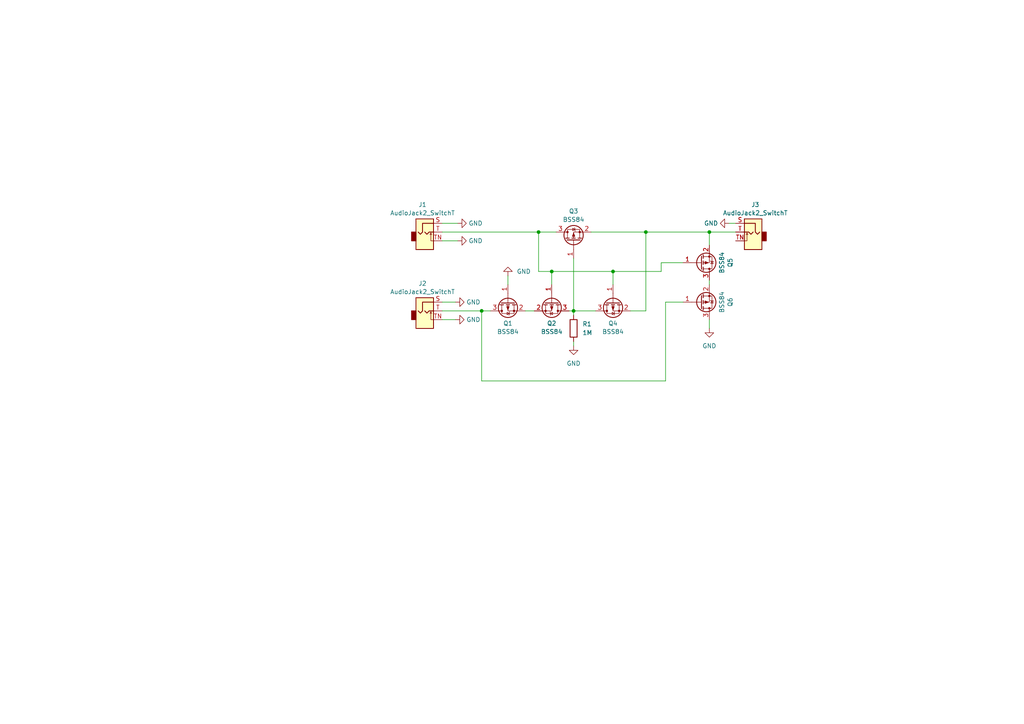
<source format=kicad_sch>
(kicad_sch (version 20231120) (generator "eeschema") (generator_version "8.0")
  (paper "A4")
  (lib_symbols
    (symbol "Connector_Audio:AudioJack2_SwitchT"
      (property "Reference" "J" (at 0 8.89 0))
      (property "Value" "AudioJack2_SwitchT" (at 0 6.35 0))
      (symbol "AudioJack2_SwitchT_0_1"
        (rectangle (start -2.54 0) (end -3.81 -2.54) (stroke (width 0.254)) (fill (type outline)))
        (polyline (pts (xy 1.778 -0.254) (xy 2.032 -0.762)))
        (polyline (pts (xy 0 0) (xy 0.635 -0.635) (xy 1.27 0) (xy 2.54 0)) (stroke (width 0.254)))
        (polyline (pts (xy 2.54 -2.54) (xy 1.778 -2.54) (xy 1.778 -0.254) (xy 1.524 -0.762)))
        (polyline (pts (xy 2.54 2.54) (xy -0.635 2.54) (xy -0.635 0) (xy -1.27 -0.635) (xy -1.905 0)) (stroke (width 0.254)))
        (rectangle (start 2.54 3.81) (end -2.54 -5.08) (stroke (width 0.254)) (fill (type background)))
      )
      (symbol "AudioJack2_SwitchT_1_1"
        (pin passive line (at 5.08 2.54 180) (length 2.54) (name "~") (number "S"))
        (pin passive line (at 5.08 0 180) (length 2.54) (name "~") (number "T"))
        (pin passive line (at 5.08 -2.54 180) (length 2.54) (name "~") (number "TN"))
      )
    )
    (symbol "Device:R" (pin_numbers hide) (pin_names (offset 0))
      (property "Reference" "R" (at 2.032 0 90))
      (property "Value" "R" (at 0 0 90))
      (symbol "R_0_1"
        (rectangle (start -1.016 -2.54) (end 1.016 2.54) (stroke (width 0.254)))
      )
      (symbol "R_1_1"
        (pin passive line (at 0 3.81 270) (length 1.27) (name "~") (number "1"))
        (pin passive line (at 0 -3.81 90) (length 1.27) (name "~") (number "2"))
      )
    )
    (symbol "GND_1" (power) (pin_numbers hide) (pin_names (offset 0) hide)
      (property "Value" "GND" (at 0 -3.81 0))
      (symbol "GND_1_0_1"
        (polyline (pts (xy 0 0) (xy 0 -1.27) (xy 1.27 -1.27) (xy 0 -2.54) (xy -1.27 -1.27) (xy 0 -1.27)))
      )
      (symbol "GND_1_1_1"
        (pin power_in line (at 0 0 270) (length 0) (name "~") (number "1"))
      )
    )
    (symbol "Transistor_FET:BSS84" (pin_names hide)
      (property "Reference" "Q" (at 5.08 1.905 0))
      (property "Value" "BSS84" (at 5.08 0 0))
      (symbol "BSS84_0_1"
        (polyline (pts (xy 0.254 0) (xy -2.54 0)))
        (polyline (pts (xy 0.254 1.905) (xy 0.254 -1.905)) (stroke (width 0.254)))
        (polyline (pts (xy 0.762 -1.27) (xy 0.762 -2.286)) (stroke (width 0.254)))
        (polyline (pts (xy 0.762 0.508) (xy 0.762 -0.508)) (stroke (width 0.254)))
        (polyline (pts (xy 0.762 2.286) (xy 0.762 1.27)) (stroke (width 0.254)))
        (polyline (pts (xy 2.54 2.54) (xy 2.54 1.778)))
        (polyline (pts (xy 2.54 -2.54) (xy 2.54 0) (xy 0.762 0)))
        (polyline (pts (xy 0.762 1.778) (xy 3.302 1.778) (xy 3.302 -1.778) (xy 0.762 -1.778)))
        (polyline (pts (xy 2.286 0) (xy 1.27 0.381) (xy 1.27 -0.381) (xy 2.286 0)) (fill (type outline)))
        (polyline (pts (xy 2.794 -0.508) (xy 2.921 -0.381) (xy 3.683 -0.381) (xy 3.81 -0.254)))
        (polyline (pts (xy 3.302 -0.381) (xy 2.921 0.254) (xy 3.683 0.254) (xy 3.302 -0.381)))
        (circle (center 1.651 0) (radius 2.794) (stroke (width 0.254)))
        (circle (center 2.54 -1.778) (radius 0.254) (fill (type outline)))
        (circle (center 2.54 1.778) (radius 0.254) (fill (type outline)))
      )
      (symbol "BSS84_1_1"
        (pin input line (at -5.08 0 0) (length 2.54) (name "G") (number "1"))
        (pin passive line (at 2.54 -5.08 90) (length 2.54) (name "S") (number "2"))
        (pin passive line (at 2.54 5.08 270) (length 2.54) (name "D") (number "3"))
      )
    )
    (symbol "power:GND" (power) (pin_names (offset 0))
      (property "Value" "GND" (at 0 -3.81 0))
      (symbol "GND_0_1"
        (polyline (pts (xy 0 0) (xy 0 -1.27) (xy 1.27 -1.27) (xy 0 -2.54) (xy -1.27 -1.27) (xy 0 -1.27)))
      )
      (symbol "GND_1_1"
        (pin power_in line (at 0 0 270) (length 0) hide (name "GND") (number "1"))
      )
    )
  )
  (junction (at 177.8 78.74))
  (junction (at 187.325 67.31))
  (junction (at 139.7 90.17))
  (junction (at 156.21 67.31))
  (junction (at 166.37 90.17))
  (junction (at 205.74 67.31))
  (junction (at 160.02 78.74))
  (wire (pts (xy 191.77 76.2) (xy 191.77 78.74)))
  (wire (pts (xy 198.12 76.2) (xy 191.77 76.2)))
  (wire (pts (xy 171.45 67.31) (xy 187.325 67.31)))
  (wire (pts (xy 166.37 91.44) (xy 166.37 90.17)))
  (wire (pts (xy 128.27 92.71) (xy 132.08 92.71)))
  (wire (pts (xy 160.02 78.74) (xy 160.02 82.55)))
  (wire (pts (xy 205.74 81.28) (xy 205.74 82.55)))
  (wire (pts (xy 166.37 90.17) (xy 172.72 90.17)))
  (wire (pts (xy 128.27 64.77) (xy 132.715 64.77)))
  (wire (pts (xy 156.21 67.31) (xy 161.29 67.31)))
  (wire (pts (xy 166.37 90.17) (xy 165.1 90.17)))
  (wire (pts (xy 152.4 90.17) (xy 154.94 90.17)))
  (wire (pts (xy 191.77 78.74) (xy 177.8 78.74)))
  (wire (pts (xy 205.74 92.71) (xy 205.74 95.25)))
  (wire (pts (xy 128.27 87.63) (xy 132.08 87.63)))
  (wire (pts (xy 139.7 90.17) (xy 142.24 90.17)))
  (wire (pts (xy 205.74 67.31) (xy 205.74 71.12)))
  (wire (pts (xy 211.455 64.77) (xy 213.36 64.77)))
  (wire (pts (xy 193.04 87.63) (xy 193.04 110.49)))
  (wire (pts (xy 128.27 67.31) (xy 156.21 67.31)))
  (wire (pts (xy 187.325 67.31) (xy 187.325 90.17)))
  (wire (pts (xy 160.02 78.74) (xy 177.8 78.74)))
  (wire (pts (xy 182.88 90.17) (xy 187.325 90.17)))
  (wire (pts (xy 139.7 110.49) (xy 139.7 90.17)))
  (wire (pts (xy 187.325 67.31) (xy 205.74 67.31)))
  (wire (pts (xy 156.21 78.74) (xy 160.02 78.74)))
  (wire (pts (xy 166.37 99.06) (xy 166.37 100.33)))
  (wire (pts (xy 177.8 78.74) (xy 177.8 82.55)))
  (wire (pts (xy 128.27 90.17) (xy 139.7 90.17)))
  (wire (pts (xy 205.74 67.31) (xy 213.36 67.31)))
  (wire (pts (xy 128.27 69.85) (xy 132.715 69.85)))
  (wire (pts (xy 198.12 87.63) (xy 193.04 87.63)))
  (wire (pts (xy 166.37 74.93) (xy 166.37 90.17)))
  (wire (pts (xy 156.21 78.74) (xy 156.21 67.31)))
  (wire (pts (xy 147.32 80.01) (xy 147.32 82.55)))
  (wire (pts (xy 193.04 110.49) (xy 139.7 110.49)))
  (symbol (lib_id "Transistor_FET:BSS84") (at 160.02 87.63 270) (unit 1)
    (property "Reference" "Q2" (at 160.02 93.7951 90))
    (property "Value" "BSS84" (at 160.02 96.2193 90))
    (property "Footprint" "Package_TO_SOT_SMD:SOT-23" (effects (hide yes)))
    (property "Datasheet" "http://assets.nexperia.com/documents/data-sheet/BSS84.pdf" (effects (hide yes)))
  )
  (symbol (lib_id "power:GND") (at 147.32 80.01 180) (unit 1)
    (property "Reference" "#PWR5" (effects (hide yes)))
    (property "Value" "GND" (at 149.86 78.7399 0) (effects (justify right)))
  )
  (symbol (lib_id "Connector_Audio:AudioJack2_SwitchT") (at 123.19 90.17 0) (unit 1)
    (property "Reference" "J2" (at 122.555 82.2157 0))
    (property "Value" "AudioJack2_SwitchT" (at 122.555 84.6399 0))
    (property "Footprint" "Custom_FP:PJ398SM" (effects (hide yes)))
  )
  (symbol (lib_id "power:GND") (at 166.37 100.33 0) (unit 1)
    (property "Reference" "#PWR6" (effects (hide yes)))
    (property "Value" "GND" (at 166.37 105.41 0))
  )
  (symbol (lib_id "power:GND") (at 211.455 64.77 270) (unit 1)
    (property "Reference" "#PWR8" (effects (hide yes)))
    (property "Value" "GND" (at 208.2801 64.77 90) (effects (justify right)))
  )
  (symbol (lib_id "Device:R") (at 166.37 95.25 0) (unit 1)
    (property "Reference" "R1" (at 168.91 93.98 0) (effects (justify left)))
    (property "Value" "1M" (at 168.91 96.52 0) (effects (justify left)))
    (property "Footprint" "Resistor_SMD:R_0603_1608Metric" (effects (hide yes)))
  )
  (symbol (lib_id "power:GND") (at 132.08 87.63 90) (unit 1)
    (property "Reference" "#PWR1" (effects (hide yes)))
    (property "Value" "GND" (at 135.255 87.63 90) (effects (justify right)))
  )
  (symbol (lib_id "Connector_Audio:AudioJack2_SwitchT") (at 123.19 67.31 0) (unit 1)
    (property "Reference" "J1" (at 122.555 59.3557 0))
    (property "Value" "AudioJack2_SwitchT" (at 122.555 61.7799 0))
    (property "Footprint" "Custom_FP:PJ398SM" (effects (hide yes)))
  )
  (symbol (lib_id "power:GND") (at 132.08 92.71 90) (unit 1)
    (property "Reference" "#PWR2" (effects (hide yes)))
    (property "Value" "GND" (at 135.255 92.71 90) (effects (justify right)))
  )
  (symbol (lib_id "Transistor_FET:BSS84") (at 203.2 87.63 0) (mirror x) (unit 1)
    (property "Reference" "Q6" (at 211.7893 87.63 90))
    (property "Value" "BSS84" (at 209.3651 87.63 90))
    (property "Footprint" "Package_TO_SOT_SMD:SOT-23" (effects (hide yes)))
    (property "Datasheet" "http://assets.nexperia.com/documents/data-sheet/BSS84.pdf" (effects (hide yes)))
  )
  (symbol (lib_id "Transistor_FET:BSS84") (at 177.8 87.63 90) (mirror x) (unit 1)
    (property "Reference" "Q4" (at 177.8 93.7951 90))
    (property "Value" "BSS84" (at 177.8 96.2193 90))
    (property "Footprint" "Package_TO_SOT_SMD:SOT-23" (effects (hide yes)))
    (property "Datasheet" "http://assets.nexperia.com/documents/data-sheet/BSS84.pdf" (effects (hide yes)))
  )
  (symbol (lib_id "power:GND") (at 132.715 64.77 90) (unit 1)
    (property "Reference" "#PWR3" (effects (hide yes)))
    (property "Value" "GND" (at 135.89 64.77 90) (effects (justify right)))
  )
  (symbol (lib_id "power:GND") (at 132.715 69.85 90) (unit 1)
    (property "Reference" "#PWR4" (effects (hide yes)))
    (property "Value" "GND" (at 135.89 69.85 90) (effects (justify right)))
  )
  (symbol (lib_name "GND_1") (lib_id "power:GND") (at 205.74 95.25 0) (unit 1)
    (property "Reference" "#PWR7" (effects (hide yes)))
    (property "Value" "GND" (at 205.74 100.33 0))
    (property "Description" "Power symbol creates a global label with name \"GND\" , ground" (effects (hide yes)))
  )
  (symbol (lib_id "Transistor_FET:BSS84") (at 203.2 76.2 0) (mirror x) (unit 1)
    (property "Reference" "Q5" (at 211.7893 76.2 90))
    (property "Value" "BSS84" (at 209.3651 76.2 90))
    (property "Footprint" "Package_TO_SOT_SMD:SOT-23" (effects (hide yes)))
    (property "Datasheet" "http://assets.nexperia.com/documents/data-sheet/BSS84.pdf" (effects (hide yes)))
  )
  (symbol (lib_id "Transistor_FET:BSS84") (at 147.32 87.63 90) (mirror x) (unit 1)
    (property "Reference" "Q1" (at 147.32 93.7951 90))
    (property "Value" "BSS84" (at 147.32 96.2193 90))
    (property "Footprint" "Package_TO_SOT_SMD:SOT-23" (effects (hide yes)))
    (property "Datasheet" "http://assets.nexperia.com/documents/data-sheet/BSS84.pdf" (effects (hide yes)))
  )
  (symbol (lib_id "Connector_Audio:AudioJack2_SwitchT") (at 218.44 67.31 0) (mirror y) (unit 1)
    (property "Reference" "J3" (at 219.075 59.3557 0))
    (property "Value" "AudioJack2_SwitchT" (at 219.075 61.7799 0))
    (property "Footprint" "Custom_FP:PJ398SM" (effects (hide yes)))
  )
  (symbol (lib_id "Transistor_FET:BSS84") (at 166.37 69.85 90) (unit 1)
    (property "Reference" "Q3" (at 166.37 61.2607 90))
    (property "Value" "BSS84" (at 166.37 63.6849 90))
    (property "Footprint" "Package_TO_SOT_SMD:SOT-23" (effects (hide yes)))
    (property "Datasheet" "http://assets.nexperia.com/documents/data-sheet/BSS84.pdf" (effects (hide yes)))
  )
)
</source>
